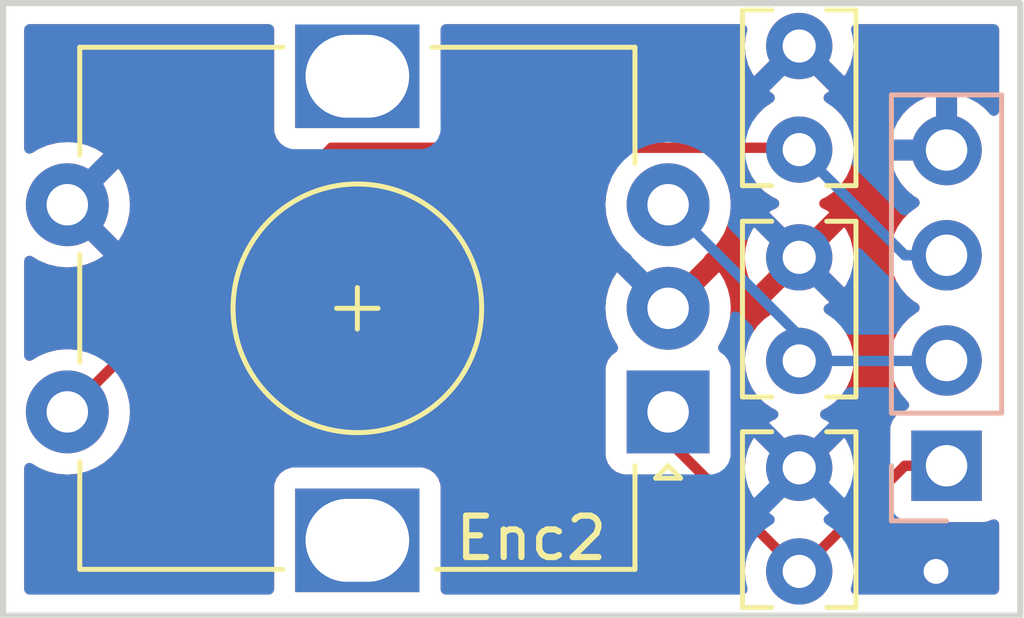
<source format=kicad_pcb>
(kicad_pcb (version 20211014) (generator pcbnew)
  (title_block (date "15 nov 2012"))
  (layers (0 "F.Cu" signal) (31 "B.Cu" signal) (34 "B.Paste" user) (35 "F.Paste" user) (36 "B.SilkS" user "B.Silkscreen") (37 "F.SilkS" user "F.Silkscreen") (38 "B.Mask" user) (39 "F.Mask" user) (44 "Edge.Cuts" user))
  (net 0 "")
  (net 1 "GND")
  (net 2 "/enc2a")
  (net 3 "/enc2b")
  (net 4 "/enc2s1")
  (footprint "Rotary_Encoder:RotaryEncoder_Alps_EC12E-Switch_Vertical_H20mm" (layer "F.Cu") (at 248.652 161.39 180)
    (fp_text reference "Enc2" (at 3.302 -3.048) (layer "F.SilkS"))
    (fp_text value "RotaryEncoder_Switch")
    (fp_line (start 14.2 8.8) (end 9.3 8.8) (layer "F.SilkS") (width 0.12))
    (fp_line (start 9.3 -3.8) (end 14.2 -3.8) (layer "F.SilkS") (width 0.12))
    (fp_line (start 5.7 8.8) (end 0.8 8.8) (layer "F.SilkS") (width 0.12))
    (fp_line (start 0.3 -1.6) (end 0 -1.3) (layer "F.SilkS") (width 0.12))
    (fp_line (start 5.6 -3.8) (end 0.8 -3.8) (layer "F.SilkS") (width 0.12))
    (fp_line (start 7.5 2) (end 7.5 3) (layer "F.SilkS") (width 0.12))
    (fp_line (start 14.2 6.2) (end 14.2 8.8) (layer "F.SilkS") (width 0.12))
    (fp_line (start 0 -1.3) (end -0.3 -1.6) (layer "F.SilkS") (width 0.12))
    (fp_line (start 14.2 -3.8) (end 14.2 -1.2) (layer "F.SilkS") (width 0.12))
    (fp_line (start 0.8 8.8) (end 0.8 6) (layer "F.SilkS") (width 0.12))
    (fp_line (start 0.8 -3.8) (end 0.8 -1.3) (layer "F.SilkS") (width 0.12))
    (fp_line (start 14.2 1.2) (end 14.2 3.8) (layer "F.SilkS") (width 0.12))
    (fp_line (start -0.3 -1.6) (end 0.3 -1.6) (layer "F.SilkS") (width 0.12))
    (fp_line (start 7 2.5) (end 8 2.5) (layer "F.SilkS") (width 0.12))
    (fp_circle (center 7.5 2.5) (end 10.5 2.5) (layer "F.SilkS") (width 0.12) (fill none))
    (pad "A" thru_hole rect (at 0 0 180) (size 2 2) (drill 1) (layers *.Cu *.Mask) (net 2 "/enc2a"))
    (pad "B" thru_hole circle (at 0 5 180) (size 2 2) (drill 1) (layers *.Cu *.Mask) (net 3 "/enc2b"))
    (pad "C" thru_hole circle (at 0 2.5 180) (size 2 2) (drill 1) (layers *.Cu *.Mask) (net 1 "GND"))
    (pad "MP" thru_hole rect (at 7.5 8.1 180) (size 3 2.5) (drill oval 2.5 2) (layers *.Cu *.Mask))
    (pad "MP" thru_hole rect (at 7.5 -3.1 180) (size 3 2.5) (drill oval 2.5 2) (layers *.Cu *.Mask))
    (pad "S1" thru_hole circle (at 14.5 0 180) (size 2 2) (drill 1) (layers *.Cu *.Mask) (net 4 "/enc2s1"))
    (pad "S2" thru_hole circle (at 14.5 5 180) (size 2 2) (drill 1) (layers *.Cu *.Mask) (net 1 "GND"))
  )
  (footprint "Capacitor_THT:C_Rect_L4.0mm_W2.5mm_P2.50mm" (layer "F.Cu") (at 251.816 165.24 90)
    (fp_text reference "C14" hide)
    (fp_text value "10n")
    (fp_line (start 3.37 0.665) (end 3.37 1.37) (layer "F.SilkS") (width 0.12))
    (fp_line (start -0.87 -1.37) (end -0.87 -0.665) (layer "F.SilkS") (width 0.12))
    (fp_line (start -0.87 -1.37) (end 3.37 -1.37) (layer "F.SilkS") (width 0.12))
    (fp_line (start 3.37 -1.37) (end 3.37 -0.665) (layer "F.SilkS") (width 0.12))
    (fp_line (start -0.87 0.665) (end -0.87 1.37) (layer "F.SilkS") (width 0.12))
    (fp_line (start -0.87 1.37) (end 3.37 1.37) (layer "F.SilkS") (width 0.12))
    (pad "1" thru_hole circle (at 0 0 90) (size 1.6 1.6) (drill 0.8) (layers *.Cu *.Mask) (net 2 "/enc2a"))
    (pad "2" thru_hole circle (at 2.5 0 90) (size 1.6 1.6) (drill 0.8) (layers *.Cu *.Mask) (net 1 "GND"))
  )
  (footprint "Capacitor_THT:C_Rect_L4.0mm_W2.5mm_P2.50mm" (layer "F.Cu") (at 251.816 160.16 90)
    (fp_text reference "C15" hide)
    (fp_text value "10n")
    (fp_line (start 3.37 0.665) (end 3.37 1.37) (layer "F.SilkS") (width 0.12))
    (fp_line (start 3.37 -1.37) (end 3.37 -0.665) (layer "F.SilkS") (width 0.12))
    (fp_line (start -0.87 -1.37) (end 3.37 -1.37) (layer "F.SilkS") (width 0.12))
    (fp_line (start -0.87 0.665) (end -0.87 1.37) (layer "F.SilkS") (width 0.12))
    (fp_line (start -0.87 -1.37) (end -0.87 -0.665) (layer "F.SilkS") (width 0.12))
    (fp_line (start -0.87 1.37) (end 3.37 1.37) (layer "F.SilkS") (width 0.12))
    (pad "1" thru_hole circle (at 0 0 90) (size 1.6 1.6) (drill 0.8) (layers *.Cu *.Mask) (net 3 "/enc2b"))
    (pad "2" thru_hole circle (at 2.5 0 90) (size 1.6 1.6) (drill 0.8) (layers *.Cu *.Mask) (net 1 "GND"))
  )
  (footprint "Capacitor_THT:C_Rect_L4.0mm_W2.5mm_P2.50mm" (layer "F.Cu") (at 251.816 155.06 90)
    (fp_text reference "C16" hide)
    (fp_text value "100n")
    (fp_line (start 3.37 -1.37) (end 3.37 -0.665) (layer "F.SilkS") (width 0.12))
    (fp_line (start -0.87 0.665) (end -0.87 1.37) (layer "F.SilkS") (width 0.12))
    (fp_line (start 3.37 0.665) (end 3.37 1.37) (layer "F.SilkS") (width 0.12))
    (fp_line (start -0.87 1.37) (end 3.37 1.37) (layer "F.SilkS") (width 0.12))
    (fp_line (start -0.87 -1.37) (end 3.37 -1.37) (layer "F.SilkS") (width 0.12))
    (fp_line (start -0.87 -1.37) (end -0.87 -0.665) (layer "F.SilkS") (width 0.12))
    (pad "1" thru_hole circle (at 0 0 90) (size 1.6 1.6) (drill 0.8) (layers *.Cu *.Mask) (net 4 "/enc2s1"))
    (pad "2" thru_hole circle (at 2.5 0 90) (size 1.6 1.6) (drill 0.8) (layers *.Cu *.Mask) (net 1 "GND"))
  )
  (footprint "Connector_PinHeader_2.54mm:PinHeader_1x04_P2.54mm_Vertical" (layer "B.Cu") (at 255.372 162.69)
    (fp_text reference "Enc_Con_2" hide)
    (fp_text value "Conn_01x04_Male")
    (fp_line (start -1.33 0) (end -1.33 1.33) (layer "B.SilkS") (width 0.12))
    (fp_line (start -1.33 1.33) (end 0 1.33) (layer "B.SilkS") (width 0.12))
    (fp_line (start -1.33 -8.95) (end 1.33 -8.95) (layer "B.SilkS") (width 0.12))
    (fp_line (start -1.33 -1.27) (end 1.33 -1.27) (layer "B.SilkS") (width 0.12))
    (fp_line (start -1.33 -1.27) (end -1.33 -8.95) (layer "B.SilkS") (width 0.12))
    (fp_line (start 1.33 -1.27) (end 1.33 -8.95) (layer "B.SilkS") (width 0.12))
    (pad "1" thru_hole rect (at 0 0) (size 1.7 1.7) (drill 1) (layers *.Cu *.Mask) (net 2 "/enc2a"))
    (pad "2" thru_hole oval (at 0 -2.54) (size 1.7 1.7) (drill 1) (layers *.Cu *.Mask) (net 3 "/enc2b"))
    (pad "3" thru_hole oval (at 0 -5.08) (size 1.7 1.7) (drill 1) (layers *.Cu *.Mask) (net 4 "/enc2s1"))
    (pad "4" thru_hole oval (at 0 -7.62) (size 1.7 1.7) (drill 1) (layers *.Cu *.Mask) (net 1 "GND"))
  )
  (gr_rect (start 232.602124 151.524) (end 257.15 166.307335) (layer "Edge.Cuts") (width 0.15) (fill none))
  (via (at 255.118 165.24) (size 0.9) (drill 0.6) (layers "F.Cu" "B.Cu") (net 1))
  (segment (start 248.652 161.39) (end 248.652 162.076) (width 0.25) (layer "F.Cu") (net 2))
  (segment (start 255.372 162.69) (end 254.366 162.69) (width 0.25) (layer "F.Cu") (net 2))
  (segment (start 248.652 162.076) (end 251.816 165.24) (width 0.25) (layer "F.Cu") (net 2))
  (segment (start 254.366 162.69) (end 251.816 165.24) (width 0.25) (layer "F.Cu") (net 2))
  (segment (start 251.816 160.16) (end 255.362 160.16) (width 0.25) (layer "B.Cu") (net 3))
  (segment (start 248.652 156.39) (end 251.816 159.554) (width 0.25) (layer "B.Cu") (net 3))
  (segment (start 255.362 160.16) (end 255.372 160.15) (width 0.25) (layer "B.Cu") (net 3))
  (segment (start 251.816 159.554) (end 251.816 160.16) (width 0.25) (layer "B.Cu") (net 3))
  (segment (start 251.771 155.015) (end 251.816 155.06) (width 0.25) (layer "F.Cu") (net 4))
  (segment (start 240.527 155.015) (end 251.771 155.015) (width 0.25) (layer "F.Cu") (net 4))
  (segment (start 234.152 161.39) (end 240.527 155.015) (width 0.25) (layer "F.Cu") (net 4))
  (segment (start 254.366 157.61) (end 255.372 157.61) (width 0.25) (layer "B.Cu") (net 4))
  (segment (start 251.816 155.06) (end 254.366 157.61) (width 0.25) (layer "B.Cu") (net 4))
  (zone (net 1) (net_name "GND") (layers F&B.Cu) (connect_pads (clearance 0.508)) (min_thickness 0.254) (fill yes (thermal_gap 0.508) (thermal_bridge_width 0.508))
    (polygon (pts (xy 257.2 166.25) (xy 232.6 166.25) (xy 232.649831 151.549899) (xy 257.25 151.5)))
  )
)
</source>
